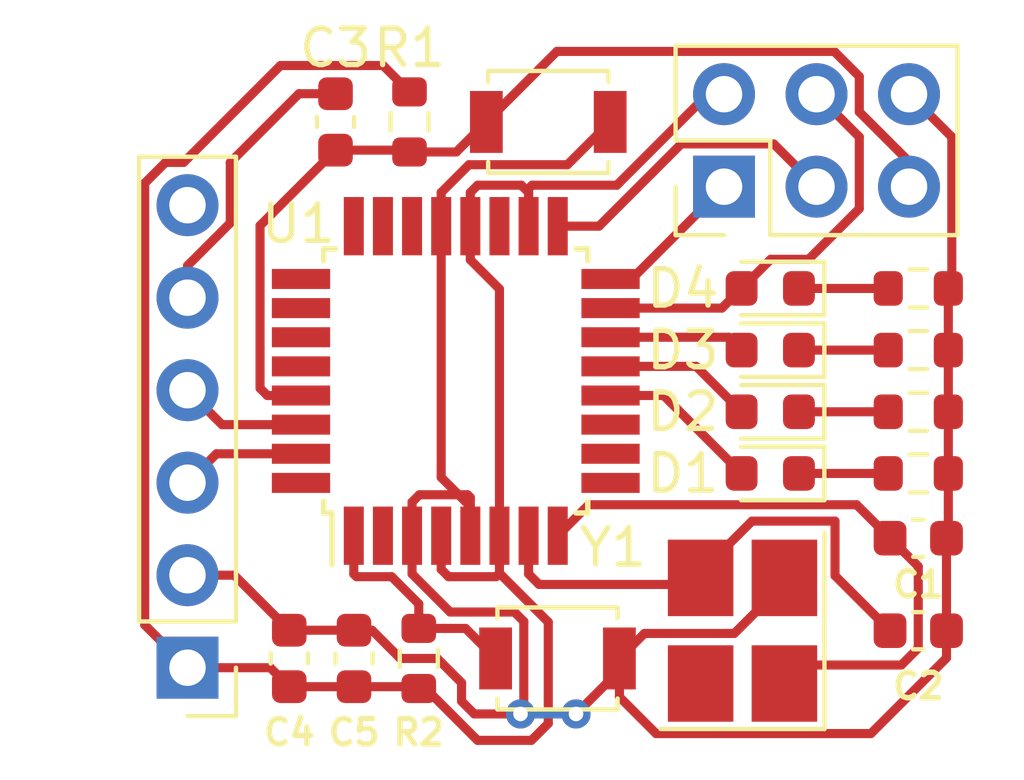
<source format=kicad_pcb>
(kicad_pcb (version 20211014) (generator pcbnew)
  (layers (0 "F.Cu" signal) (31 "B.Cu" signal) (34 "B.Paste" user) (35 "F.Paste" user) (36 "B.SilkS" user "B.Silkscreen") (37 "F.SilkS" user "F.Silkscreen") (38 "B.Mask" user) (39 "F.Mask" user) (44 "Edge.Cuts" user))
  (net 0 "")
  (net 1 "/BUT_0")
  (net 3 "GND")
  (net 4 "+5V")
  (net 5 "/XTAL1")
  (net 6 "/XTAL2")
  (net 10 "/LED_0")
  (net 11 "/LED_1")
  (net 12 "/LED_2")
  (net 13 "/LED_3{slash}MOSI")
  (net 14 "/MISO")
  (net 15 "/SCK")
  (net 24 "/~{RESET}")
  (net 25 "/MCU_RX")
  (net 26 "/MCU_TX")
  (net 28 "Net-(D2-Pad1)")
  (net 29 "Net-(D4-Pad1)")
  (net 30 "Net-(D3-Pad1)")
  (net 31 "Net-(D1-Pad1)")
  (net 32 "Net-(C3-Pad1)")
  (footprint "cao_empreintes_cheat:MountingHole_2.1mm" (layer "F.Cu") (at 61.214 73.152)
    (fp_text reference "H1" hide)
    (fp_text value "MountingHole")
    (pad "" np_thru_hole circle (at 0 0) (size 2.1 2.1) (drill 2.1) (layers *.Cu *.Mask))
  )
  (footprint "cao_empreintes_cheat:C_0603_1608Metric" (layer "F.Cu") (at 81.28 88.138)
    (fp_text reference "C2" (at 0 1.524) (layer "F.SilkS") (effects (font (size 0.7 0.7))))
    (fp_text value "22pF")
    (fp_line (start -0.14058 0.51) (end 0.14058 0.51) (layer "F.SilkS") (width 0.12))
    (fp_line (start -0.14058 -0.51) (end 0.14058 -0.51) (layer "F.SilkS") (width 0.12))
    (pad "1" smd roundrect (at -0.775 0) (size 0.9 0.95) (layers "F.Cu" "F.Paste" "F.Mask") (net 5 "/XTAL1"))
    (pad "2" smd roundrect (at 0.775 0) (size 0.9 0.95) (layers "F.Cu" "F.Paste" "F.Mask") (net 3 "GND"))
  )
  (footprint "cao_empreintes_cheat:C_0603_1608Metric" (layer "F.Cu") (at 65.786 88.9 90)
    (fp_text reference "C5" (at -2.032 0 180) (layer "F.SilkS") (effects (font (size 0.7 0.7))))
    (fp_text value "10uF")
    (fp_line (start -0.14058 0.51) (end 0.14058 0.51) (layer "F.SilkS") (width 0.12))
    (fp_line (start -0.14058 -0.51) (end 0.14058 -0.51) (layer "F.SilkS") (width 0.12))
    (pad "1" smd roundrect (at -0.775 0 90) (size 0.9 0.95) (layers "F.Cu" "F.Paste" "F.Mask") (net 4 "+5V"))
    (pad "2" smd roundrect (at 0.775 0 90) (size 0.9 0.95) (layers "F.Cu" "F.Paste" "F.Mask") (net 3 "GND"))
  )
  (footprint "cao_empreintes_cheat:R_0603_1608Metric" (layer "F.Cu") (at 67.564 88.9 90)
    (fp_text reference "R2" (at -2.032 0) (layer "F.SilkS") (effects (font (size 0.7 0.7))))
    (fp_text value "10K")
    (fp_line (start -0.237258 -0.5225) (end 0.237258 -0.5225) (layer "F.SilkS") (width 0.12))
    (fp_line (start -0.237258 0.5225) (end 0.237258 0.5225) (layer "F.SilkS") (width 0.12))
    (pad "1" smd roundrect (at -0.825 0 90) (size 0.8 0.95) (layers "F.Cu" "F.Paste" "F.Mask") (net 4 "+5V"))
    (pad "2" smd roundrect (at 0.825 0 90) (size 0.8 0.95) (layers "F.Cu" "F.Paste" "F.Mask") (net 1 "/BUT_0"))
  )
  (footprint "cao_empreintes_cheat:LED_0603_1608Metric" (layer "F.Cu") (at 77.216 80.433333 180)
    (fp_text reference "D3" (at 2.4 0) (layer "F.SilkS"))
    (fp_text value "LED_Filled")
    (fp_line (start 0.8 -0.735) (end -1.485 -0.735) (layer "F.SilkS") (width 0.12))
    (fp_line (start -1.485 0.735) (end 0.8 0.735) (layer "F.SilkS") (width 0.12))
    (fp_line (start -1.485 -0.735) (end -1.485 0.735) (layer "F.SilkS") (width 0.12))
    (pad "1" smd roundrect (at -0.7875 0 180) (size 0.875 0.95) (layers "F.Cu" "F.Paste" "F.Mask") (net 30 "Net-(D3-Pad1)"))
    (pad "2" smd roundrect (at 0.7875 0 180) (size 0.875 0.95) (layers "F.Cu" "F.Paste" "F.Mask") (net 12 "/LED_2"))
  )
  (footprint "cao_empreintes_cheat:LED_0603_1608Metric" (layer "F.Cu") (at 77.216 83.82 180)
    (fp_text reference "D1" (at 2.4 0) (layer "F.SilkS"))
    (fp_text value "LED_Filled")
    (fp_line (start -1.485 0.735) (end 0.8 0.735) (layer "F.SilkS") (width 0.12))
    (fp_line (start 0.8 -0.735) (end -1.485 -0.735) (layer "F.SilkS") (width 0.12))
    (fp_line (start -1.485 -0.735) (end -1.485 0.735) (layer "F.SilkS") (width 0.12))
    (pad "1" smd roundrect (at -0.7875 0 180) (size 0.875 0.95) (layers "F.Cu" "F.Paste" "F.Mask") (net 31 "Net-(D1-Pad1)"))
    (pad "2" smd roundrect (at 0.7875 0 180) (size 0.875 0.95) (layers "F.Cu" "F.Paste" "F.Mask") (net 10 "/LED_0"))
  )
  (footprint "cao_empreintes_cheat:TQFP-32_7x7mm_P0.8mm" (layer "F.Cu") (at 68.58 81.28 90)
    (fp_text reference "U1" (at 4.318 -4.318) (layer "F.SilkS"))
    (fp_text value "ATmega48PV-10A")
    (fp_line (start -3.625 3.625) (end -3.625 3.3) (layer "F.SilkS") (width 0.15))
    (fp_line (start -3.625 -3.625) (end -3.3 -3.625) (layer "F.SilkS") (width 0.15))
    (fp_line (start -3.625 -3.4) (end -5.05 -3.4) (layer "F.SilkS") (width 0.15))
    (fp_line (start 3.625 -3.625) (end 3.3 -3.625) (layer "F.SilkS") (width 0.15))
    (fp_line (start -3.625 3.625) (end -3.3 3.625) (layer "F.SilkS") (width 0.15))
    (fp_line (start 3.625 -3.625) (end 3.625 -3.3) (layer "F.SilkS") (width 0.15))
    (fp_line (start 3.625 3.625) (end 3.3 3.625) (layer "F.SilkS") (width 0.15))
    (fp_line (start -3.625 -3.625) (end -3.625 -3.4) (layer "F.SilkS") (width 0.15))
    (fp_line (start 3.625 3.625) (end 3.625 3.3) (layer "F.SilkS") (width 0.15))
    (pad "1" smd rect (at -4.25 -2.8 90) (size 1.6 0.55) (layers "F.Cu" "F.Paste" "F.Mask") (net 1 "/BUT_0"))
    (pad "2" smd rect (at -4.25 -2 90) (size 1.6 0.55) (layers "F.Cu" "F.Paste" "F.Mask"))
    (pad "3" smd rect (at -4.25 -1.2 90) (size 1.6 0.55) (layers "F.Cu" "F.Paste" "F.Mask") (net 3 "GND"))
    (pad "4" smd rect (at -4.25 -0.4 90) (size 1.6 0.55) (layers "F.Cu" "F.Paste" "F.Mask") (net 4 "+5V"))
    (pad "5" smd rect (at -4.25 0.4 90) (size 1.6 0.55) (layers "F.Cu" "F.Paste" "F.Mask") (net 3 "GND"))
    (pad "6" smd rect (at -4.25 1.2 90) (size 1.6 0.55) (layers "F.Cu" "F.Paste" "F.Mask") (net 4 "+5V"))
    (pad "7" smd rect (at -4.25 2 90) (size 1.6 0.55) (layers "F.Cu" "F.Paste" "F.Mask") (net 5 "/XTAL1"))
    (pad "8" smd rect (at -4.25 2.8 90) (size 1.6 0.55) (layers "F.Cu" "F.Paste" "F.Mask") (net 6 "/XTAL2"))
    (pad "9" smd rect (at -2.8 4.25 180) (size 1.6 0.55) (layers "F.Cu" "F.Paste" "F.Mask"))
    (pad "10" smd rect (at -2 4.25 180) (size 1.6 0.55) (layers "F.Cu" "F.Paste" "F.Mask"))
    (pad "11" smd rect (at -1.2 4.25 180) (size 1.6 0.55) (layers "F.Cu" "F.Paste" "F.Mask"))
    (pad "12" smd rect (at -0.4 4.25 180) (size 1.6 0.55) (layers "F.Cu" "F.Paste" "F.Mask") (net 10 "/LED_0"))
    (pad "13" smd rect (at 0.4 4.25 180) (size 1.6 0.55) (layers "F.Cu" "F.Paste" "F.Mask") (net 11 "/LED_1"))
    (pad "14" smd rect (at 1.2 4.25 180) (size 1.6 0.55) (layers "F.Cu" "F.Paste" "F.Mask") (net 12 "/LED_2"))
    (pad "15" smd rect (at 2 4.25 180) (size 1.6 0.55) (layers "F.Cu" "F.Paste" "F.Mask") (net 13 "/LED_3{slash}MOSI"))
    (pad "16" smd rect (at 2.8 4.25 180) (size 1.6 0.55) (layers "F.Cu" "F.Paste" "F.Mask") (net 14 "/MISO"))
    (pad "17" smd rect (at 4.25 2.8 90) (size 1.6 0.55) (layers "F.Cu" "F.Paste" "F.Mask") (net 15 "/SCK"))
    (pad "18" smd rect (at 4.25 2 90) (size 1.6 0.55) (layers "F.Cu" "F.Paste" "F.Mask") (net 4 "+5V"))
    (pad "19" smd rect (at 4.25 1.2 90) (size 1.6 0.55) (layers "F.Cu" "F.Paste" "F.Mask"))
    (pad "20" smd rect (at 4.25 0.4 90) (size 1.6 0.55) (layers "F.Cu" "F.Paste" "F.Mask") (net 4 "+5V"))
    (pad "21" smd rect (at 4.25 -0.4 90) (size 1.6 0.55) (layers "F.Cu" "F.Paste" "F.Mask") (net 3 "GND"))
    (pad "22" smd rect (at 4.25 -1.2 90) (size 1.6 0.55) (layers "F.Cu" "F.Paste" "F.Mask"))
    (pad "23" smd rect (at 4.25 -2 90) (size 1.6 0.55) (layers "F.Cu" "F.Paste" "F.Mask"))
    (pad "24" smd rect (at 4.25 -2.8 90) (size 1.6 0.55) (layers "F.Cu" "F.Paste" "F.Mask"))
    (pad "25" smd rect (at 2.8 -4.25 180) (size 1.6 0.55) (layers "F.Cu" "F.Paste" "F.Mask"))
    (pad "26" smd rect (at 2 -4.25 180) (size 1.6 0.55) (layers "F.Cu" "F.Paste" "F.Mask"))
    (pad "27" smd rect (at 1.2 -4.25 180) (size 1.6 0.55) (layers "F.Cu" "F.Paste" "F.Mask"))
    (pad "28" smd rect (at 0.4 -4.25 180) (size 1.6 0.55) (layers "F.Cu" "F.Paste" "F.Mask"))
    (pad "29" smd rect (at -0.4 -4.25 180) (size 1.6 0.55) (layers "F.Cu" "F.Paste" "F.Mask") (net 24 "/~{RESET}"))
    (pad "30" smd rect (at -1.2 -4.25 180) (size 1.6 0.55) (layers "F.Cu" "F.Paste" "F.Mask") (net 25 "/MCU_RX"))
    (pad "31" smd rect (at -2 -4.25 180) (size 1.6 0.55) (layers "F.Cu" "F.Paste" "F.Mask") (net 26 "/MCU_TX"))
    (pad "32" smd rect (at -2.8 -4.25 180) (size 1.6 0.55) (layers "F.Cu" "F.Paste" "F.Mask"))
  )
  (footprint "cao_empreintes_cheat:LED_0603_1608Metric" (layer "F.Cu") (at 77.216 82.126666 180)
    (fp_text reference "D2" (at 2.4 0) (layer "F.SilkS"))
    (fp_text value "LED_Filled")
    (fp_line (start -1.485 0.735) (end 0.8 0.735) (layer "F.SilkS") (width 0.12))
    (fp_line (start 0.8 -0.735) (end -1.485 -0.735) (layer "F.SilkS") (width 0.12))
    (fp_line (start -1.485 -0.735) (end -1.485 0.735) (layer "F.SilkS") (width 0.12))
    (pad "1" smd roundrect (at -0.7875 0 180) (size 0.875 0.95) (layers "F.Cu" "F.Paste" "F.Mask") (net 28 "Net-(D2-Pad1)"))
    (pad "2" smd roundrect (at 0.7875 0 180) (size 0.875 0.95) (layers "F.Cu" "F.Paste" "F.Mask") (net 11 "/LED_1"))
  )
  (footprint "cao_empreintes_cheat:PinHeader_1x06_P2.54mm_Vertical" (layer "F.Cu") (at 61.214 89.154 180)
    (fp_text reference "J1" hide)
    (fp_text value "Conn_01x06")
    (fp_line (start -1.33 0) (end -1.33 -1.33) (layer "F.SilkS") (width 0.12))
    (fp_line (start -1.33 -1.33) (end 0 -1.33) (layer "F.SilkS") (width 0.12))
    (fp_line (start -1.33 14.03) (end 1.33 14.03) (layer "F.SilkS") (width 0.12))
    (fp_line (start -1.33 1.27) (end 1.33 1.27) (layer "F.SilkS") (width 0.12))
    (fp_line (start 1.33 1.27) (end 1.33 14.03) (layer "F.SilkS") (width 0.12))
    (fp_line (start -1.33 1.27) (end -1.33 14.03) (layer "F.SilkS") (width 0.12))
    (pad "1" thru_hole rect (at 0 0 180) (size 1.7 1.7) (drill 1) (layers *.Cu *.Mask) (net 4 "+5V"))
    (pad "2" thru_hole oval (at 0 2.54 180) (size 1.7 1.7) (drill 1) (layers *.Cu *.Mask) (net 3 "GND"))
    (pad "3" thru_hole oval (at 0 5.08 180) (size 1.7 1.7) (drill 1) (layers *.Cu *.Mask) (net 26 "/MCU_TX"))
    (pad "4" thru_hole oval (at 0 7.62 180) (size 1.7 1.7) (drill 1) (layers *.Cu *.Mask) (net 25 "/MCU_RX"))
    (pad "5" thru_hole oval (at 0 10.16 180) (size 1.7 1.7) (drill 1) (layers *.Cu *.Mask) (net 32 "Net-(C3-Pad1)"))
    (pad "6" thru_hole oval (at 0 12.7 180) (size 1.7 1.7) (drill 1) (layers *.Cu *.Mask))
  )
  (footprint "cao_empreintes_cheat:PinHeader_2x03_P2.54mm_Vertical" (layer "F.Cu") (at 75.946 75.946 90)
    (fp_text reference "J2" hide)
    (fp_text value "AVR-ISP")
    (fp_line (start -1.33 6.41) (end 3.87 6.41) (layer "F.SilkS") (width 0.12))
    (fp_line (start 1.27 1.27) (end 1.27 -1.33) (layer "F.SilkS") (width 0.12))
    (fp_line (start -1.33 0) (end -1.33 -1.33) (layer "F.SilkS") (width 0.12))
    (fp_line (start -1.33 -1.33) (end 0 -1.33) (layer "F.SilkS") (width 0.12))
    (fp_line (start 1.27 -1.33) (end 3.87 -1.33) (layer "F.SilkS") (width 0.12))
    (fp_line (start 3.87 -1.33) (end 3.87 6.41) (layer "F.SilkS") (width 0.12))
    (fp_line (start -1.33 1.27) (end 1.27 1.27) (layer "F.SilkS") (width 0.12))
    (fp_line (start -1.33 1.27) (end -1.33 6.41) (layer "F.SilkS") (width 0.12))
    (pad "1" thru_hole rect (at 0 0 90) (size 1.7 1.7) (drill 1) (layers *.Cu *.Mask) (net 14 "/MISO"))
    (pad "2" thru_hole oval (at 2.54 0 90) (size 1.7 1.7) (drill 1) (layers *.Cu *.Mask) (net 4 "+5V"))
    (pad "3" thru_hole oval (at 0 2.54 90) (size 1.7 1.7) (drill 1) (layers *.Cu *.Mask) (net 15 "/SCK"))
    (pad "4" thru_hole oval (at 2.54 2.54 90) (size 1.7 1.7) (drill 1) (layers *.Cu *.Mask) (net 13 "/LED_3{slash}MOSI"))
    (pad "5" thru_hole oval (at 0 5.08 90) (size 1.7 1.7) (drill 1) (layers *.Cu *.Mask) (net 24 "/~{RESET}"))
    (pad "6" thru_hole oval (at 2.54 5.08 90) (size 1.7 1.7) (drill 1) (layers *.Cu *.Mask) (net 3 "GND"))
  )
  (footprint "cao_empreintes_cheat:C_0603_1608Metric" (layer "F.Cu") (at 65.278 74.168 -90)
    (fp_text reference "C3" (at -2.032 0) (layer "F.SilkS"))
    (fp_text value "100nF")
    (fp_line (start -0.14058 -0.51) (end 0.14058 -0.51) (layer "F.SilkS") (width 0.12))
    (fp_line (start -0.14058 0.51) (end 0.14058 0.51) (layer "F.SilkS") (width 0.12))
    (pad "1" smd roundrect (at -0.775 0 270) (size 0.9 0.95) (layers "F.Cu" "F.Paste" "F.Mask") (net 32 "Net-(C3-Pad1)"))
    (pad "2" smd roundrect (at 0.775 0 270) (size 0.9 0.95) (layers "F.Cu" "F.Paste" "F.Mask") (net 24 "/~{RESET}"))
  )
  (footprint "cao_empreintes_cheat:C_0603_1608Metric" (layer "F.Cu") (at 64.008 88.9 90)
    (fp_text reference "C4" (at -2.032 0 180) (layer "F.SilkS") (effects (font (size 0.7 0.7))))
    (fp_text value "100nF")
    (fp_line (start -0.14058 -0.51) (end 0.14058 -0.51) (layer "F.SilkS") (width 0.12))
    (fp_line (start -0.14058 0.51) (end 0.14058 0.51) (layer "F.SilkS") (width 0.12))
    (pad "1" smd roundrect (at -0.775 0 90) (size 0.9 0.95) (layers "F.Cu" "F.Paste" "F.Mask") (net 4 "+5V"))
    (pad "2" smd roundrect (at 0.775 0 90) (size 0.9 0.95) (layers "F.Cu" "F.Paste" "F.Mask") (net 3 "GND"))
  )
  (footprint "cao_empreintes_cheat:R_0603_1608Metric" (layer "F.Cu") (at 81.28 82.126666)
    (fp_text reference "R4" hide)
    (fp_text value "330R")
    (fp_line (start -0.237258 0.5225) (end 0.237258 0.5225) (layer "F.SilkS") (width 0.12))
    (fp_line (start -0.237258 -0.5225) (end 0.237258 -0.5225) (layer "F.SilkS") (width 0.12))
    (pad "1" smd roundrect (at -0.825 0) (size 0.8 0.95) (layers "F.Cu" "F.Paste" "F.Mask") (net 28 "Net-(D2-Pad1)"))
    (pad "2" smd roundrect (at 0.825 0) (size 0.8 0.95) (layers "F.Cu" "F.Paste" "F.Mask") (net 3 "GND"))
  )
  (footprint "cao_empreintes_cheat:R_0603_1608Metric" (layer "F.Cu") (at 81.28 78.74)
    (fp_text reference "R6" hide)
    (fp_text value "330R")
    (fp_line (start -0.237258 0.5225) (end 0.237258 0.5225) (layer "F.SilkS") (width 0.12))
    (fp_line (start -0.237258 -0.5225) (end 0.237258 -0.5225) (layer "F.SilkS") (width 0.12))
    (pad "1" smd roundrect (at -0.825 0) (size 0.8 0.95) (layers "F.Cu" "F.Paste" "F.Mask") (net 29 "Net-(D4-Pad1)"))
    (pad "2" smd roundrect (at 0.825 0) (size 0.8 0.95) (layers "F.Cu" "F.Paste" "F.Mask") (net 3 "GND"))
  )
  (footprint "cao_empreintes_cheat:C_0603_1608Metric" (layer "F.Cu") (at 81.28 85.598)
    (fp_text reference "C1" (at 0 1.27) (layer "F.SilkS") (effects (font (size 0.7 0.7))))
    (fp_text value "22pF")
    (fp_line (start -0.14058 -0.51) (end 0.14058 -0.51) (layer "F.SilkS") (width 0.12))
    (fp_line (start -0.14058 0.51) (end 0.14058 0.51) (layer "F.SilkS") (width 0.12))
    (pad "1" smd roundrect (at -0.775 0) (size 0.9 0.95) (layers "F.Cu" "F.Paste" "F.Mask") (net 6 "/XTAL2"))
    (pad "2" smd roundrect (at 0.775 0) (size 0.9 0.95) (layers "F.Cu" "F.Paste" "F.Mask") (net 3 "GND"))
  )
  (footprint "cao_empreintes_cheat:LED_0603_1608Metric" (layer "F.Cu") (at 77.216 78.74 180)
    (fp_text reference "D4" (at 2.4 0) (layer "F.SilkS"))
    (fp_text value "LED_Filled")
    (fp_line (start -1.485 0.735) (end 0.8 0.735) (layer "F.SilkS") (width 0.12))
    (fp_line (start -1.485 -0.735) (end -1.485 0.735) (layer "F.SilkS") (width 0.12))
    (fp_line (start 0.8 -0.735) (end -1.485 -0.735) (layer "F.SilkS") (width 0.12))
    (pad "1" smd roundrect (at -0.7875 0 180) (size 0.875 0.95) (layers "F.Cu" "F.Paste" "F.Mask") (net 29 "Net-(D4-Pad1)"))
    (pad "2" smd roundrect (at 0.7875 0 180) (size 0.875 0.95) (layers "F.Cu" "F.Paste" "F.Mask") (net 13 "/LED_3{slash}MOSI"))
  )
  (footprint "cao_empreintes_cheat:SW_SPST_B3U-1000P" (layer "F.Cu") (at 71.12 74.168)
    (fp_text reference "SW1" hide)
    (fp_text value "SW_Push")
    (fp_line (start 1.65 1.4) (end 1.65 1.1) (layer "F.SilkS") (width 0.12))
    (fp_line (start 1.65 -1.4) (end 1.65 -1.1) (layer "F.SilkS") (width 0.12))
    (fp_line (start -1.65 -1.4) (end 1.65 -1.4) (layer "F.SilkS") (width 0.12))
    (fp_line (start -1.65 1.1) (end -1.65 1.4) (layer "F.SilkS") (width 0.12))
    (fp_line (start -1.65 -1.1) (end -1.65 -1.4) (layer "F.SilkS") (width 0.12))
    (fp_line (start -1.65 1.4) (end 1.65 1.4) (layer "F.SilkS") (width 0.12))
    (pad "1" smd rect (at -1.7 0) (size 0.9 1.7) (layers "F.Cu" "F.Paste" "F.Mask") (net 24 "/~{RESET}"))
    (pad "2" smd rect (at 1.7 0) (size 0.9 1.7) (layers "F.Cu" "F.Paste" "F.Mask") (net 3 "GND"))
  )
  (footprint "cao_empreintes_cheat:R_0603_1608Metric" (layer "F.Cu") (at 67.31 74.168 -90)
    (fp_text reference "R1" (at -2.032 0) (layer "F.SilkS"))
    (fp_text value "10K")
    (fp_line (start -0.237258 -0.5225) (end 0.237258 -0.5225) (layer "F.SilkS") (width 0.12))
    (fp_line (start -0.237258 0.5225) (end 0.237258 0.5225) (layer "F.SilkS") (width 0.12))
    (pad "1" smd roundrect (at -0.825 0 270) (size 0.8 0.95) (layers "F.Cu" "F.Paste" "F.Mask") (net 4 "+5V"))
    (pad "2" smd roundrect (at 0.825 0 270) (size 0.8 0.95) (layers "F.Cu" "F.Paste" "F.Mask") (net 24 "/~{RESET}"))
  )
  (footprint "cao_empreintes_cheat:R_0603_1608Metric" (layer "F.Cu") (at 81.28 80.433333)
    (fp_text reference "R5" hide)
    (fp_text value "330R")
    (fp_line (start -0.237258 -0.5225) (end 0.237258 -0.5225) (layer "F.SilkS") (width 0.12))
    (fp_line (start -0.237258 0.5225) (end 0.237258 0.5225) (layer "F.SilkS") (width 0.12))
    (pad "1" smd roundrect (at -0.825 0) (size 0.8 0.95) (layers "F.Cu" "F.Paste" "F.Mask") (net 30 "Net-(D3-Pad1)"))
    (pad "2" smd roundrect (at 0.825 0) (size 0.8 0.95) (layers "F.Cu" "F.Paste" "F.Mask") (net 3 "GND"))
  )
  (footprint "cao_empreintes_cheat:R_0603_1608Metric" (layer "F.Cu") (at 81.28 83.82)
    (fp_text reference "R3" hide)
    (fp_text value "330R")
    (fp_line (start -0.237258 -0.5225) (end 0.237258 -0.5225) (layer "F.SilkS") (width 0.12))
    (fp_line (start -0.237258 0.5225) (end 0.237258 0.5225) (layer "F.SilkS") (width 0.12))
    (pad "1" smd roundrect (at -0.825 0) (size 0.8 0.95) (layers "F.Cu" "F.Paste" "F.Mask") (net 31 "Net-(D1-Pad1)"))
    (pad "2" smd roundrect (at 0.825 0) (size 0.8 0.95) (layers "F.Cu" "F.Paste" "F.Mask") (net 3 "GND"))
  )
  (footprint "cao_empreintes_cheat:SW_SPST_B3U-1000P" (layer "F.Cu") (at 71.374 88.9)
    (fp_text reference "SW2" hide)
    (fp_text value "SW_Push")
    (fp_line (start 1.65 1.4) (end 1.65 1.1) (layer "F.SilkS") (width 0.12))
    (fp_line (start -1.65 -1.4) (end 1.65 -1.4) (layer "F.SilkS") (width 0.12))
    (fp_line (start -1.65 -1.1) (end -1.65 -1.4) (layer "F.SilkS") (width 0.12))
    (fp_line (start -1.65 1.4) (end 1.65 1.4) (layer "F.SilkS") (width 0.12))
    (fp_line (start 1.65 -1.4) (end 1.65 -1.1) (layer "F.SilkS") (width 0.12))
    (fp_line (start -1.65 1.1) (end -1.65 1.4) (layer "F.SilkS") (width 0.12))
    (pad "1" smd rect (at -1.7 0) (size 0.9 1.7) (layers "F.Cu" "F.Paste" "F.Mask") (net 1 "/BUT_0"))
    (pad "2" smd rect (at 1.7 0) (size 0.9 1.7) (layers "F.Cu" "F.Paste" "F.Mask") (net 3 "GND"))
  )
  (footprint "Crystal:Crystal_SMD_3225-4Pin_3.2x2.5mm_HandSoldering" (layer "F.Cu") (at 76.454 88.138 90)
    (fp_text reference "Y1" (at 2.286 -3.556 180) (layer "F.SilkS"))
    (fp_text value "16MHz")
    (fp_line (start -2.7 2.25) (end 2.7 2.25) (layer "F.SilkS") (width 0.12))
    (fp_line (start -2.7 -2.25) (end -2.7 2.25) (layer "F.SilkS") (width 0.12))
    (pad "1" smd rect locked (at -1.45 1.15 90) (size 2.1 1.8) (layers "F.Cu" "F.Paste" "F.Mask") (net 6 "/XTAL2"))
    (pad "2" smd rect locked (at 1.45 1.15 90) (size 2.1 1.8) (layers "F.Cu" "F.Paste" "F.Mask") (net 3 "GND"))
    (pad "3" smd rect locked (at 1.45 -1.15 90) (size 2.1 1.8) (layers "F.Cu" "F.Paste" "F.Mask") (net 5 "/XTAL1"))
    (pad "4" smd rect locked (at -1.45 -1.15 90) (size 2.1 1.8) (layers "F.Cu" "F.Paste" "F.Mask"))
  )
  (segment (start 68.849 88.075) (end 69.674 88.9) (width 0.25) (layer "F.Cu") (net 1))
  (segment (start 65.78 85.53) (end 65.78 86.58) (width 0.25) (layer "F.Cu") (net 1))
  (segment (start 65.78 86.58) (end 65.854511 86.654511) (width 0.25) (layer "F.Cu") (net 1))
  (segment (start 67.564 87.399717) (end 67.564 88.075) (width 0.25) (layer "F.Cu") (net 1))
  (segment (start 66.818793 86.654511) (end 67.564 87.399717) (width 0.25) (layer "F.Cu") (net 1))
  (segment (start 67.564 88.075) (end 68.849 88.075) (width 0.25) (layer "F.Cu") (net 1))
  (segment (start 65.854511 86.654511) (end 66.818793 86.654511) (width 0.25) (layer "F.Cu") (net 1))
  (segment (start 62.497 86.614) (end 64.008 88.125) (width 0.25) (layer "F.Cu") (net 3))
  (segment (start 66.281 88.125) (end 67.056 88.9) (width 0.25) (layer "F.Cu") (net 3))
  (segment (start 68.072 88.9) (end 68.738511 89.566511) (width 0.25) (layer "F.Cu") (net 3))
  (segment (start 65.786 88.125) (end 66.281 88.125) (width 0.25) (layer "F.Cu") (net 3))
  (segment (start 82.105 80.433333) (end 82.105 82.126666) (width 0.25) (layer "F.Cu") (net 3))
  (segment (start 68.98 84.48) (end 68.905489 84.405489) (width 0.25) (layer "F.Cu") (net 3))
  (segment (start 67.38 85.53) (end 67.38 86.58) (width 0.25) (layer "F.Cu") (net 3))
  (segment (start 77.604 86.838) (end 77.604 86.688) (width 0.25) (layer "F.Cu") (net 3))
  (segment (start 76.228511 88.213489) (end 77.604 86.838) (width 0.25) (layer "F.Cu") (net 3))
  (segment (start 68.943467 75.342511) (end 68.18 76.105978) (width 0.25) (layer "F.Cu") (net 3))
  (segment (start 70.358 90.424) (end 70.448511 90.333489) (width 0.25) (layer "F.Cu") (net 3))
  (segment (start 82.200511 78.644489) (end 82.105 78.74) (width 0.25) (layer "F.Cu") (net 3))
  (segment (start 73.074 89.232) (end 71.882 90.424) (width 0.25) (layer "F.Cu") (net 3))
  (segment (start 67.38 86.58) (end 68.42548 87.62548) (width 0.25) (layer "F.Cu") (net 3))
  (segment (start 70.448511 90.333489) (end 70.448511 87.884) (width 0.25) (layer "F.Cu") (net 3))
  (segment (start 73.760511 88.213489) (end 73.074 88.9) (width 0.25) (layer "F.Cu") (net 3))
  (segment (start 70.189991 87.62548) (end 70.448511 87.884) (width 0.25) (layer "F.Cu") (net 3))
  (segment (start 70.358 90.424) (end 69.088 90.424) (width 0.25) (layer "F.Cu") (net 3))
  (segment (start 68.18 76.105978) (end 68.18 77.03) (width 0.25) (layer "F.Cu") (net 3))
  (segment (start 82.105 78.74) (end 82.105 80.433333) (width 0.25) (layer "F.Cu") (net 3))
  (segment (start 76.228511 88.213489) (end 73.760511 88.213489) (width 0.25) (layer "F.Cu") (net 3))
  (segment (start 68.42548 87.62548) (end 70.189991 87.62548) (width 0.25) (layer "F.Cu") (net 3))
  (segment (start 68.18 77.03) (end 68.18 83.928) (width 0.25) (layer "F.Cu") (net 3))
  (segment (start 82.105 85.548) (end 82.055 85.598) (width 0.25) (layer "F.Cu") (net 3))
  (segment (start 67.056 88.9) (end 68.072 88.9) (width 0.25) (layer "F.Cu") (net 3))
  (segment (start 73.074 88.9) (end 73.074 89.232) (width 0.25) (layer "F.Cu") (net 3))
  (segment (start 67.38 84.605978) (end 67.38 85.53) (width 0.25) (layer "F.Cu") (net 3))
  (segment (start 82.055 88.138) (end 82.055 85.598) (width 0.25) (layer "F.Cu") (net 3))
  (segment (start 81.026 73.406) (end 82.200511 74.580511) (width 0.25) (layer "F.Cu") (net 3))
  (segment (start 68.98 85.53) (end 68.98 84.48) (width 0.25) (layer "F.Cu") (net 3))
  (segment (start 82.200511 74.580511) (end 82.200511 78.644489) (width 0.25) (layer "F.Cu") (net 3))
  (segment (start 68.738511 90.074511) (end 68.738511 89.566511) (width 0.25) (layer "F.Cu") (net 3))
  (segment (start 72.82 74.168) (end 71.645489 75.342511) (width 0.25) (layer "F.Cu") (net 3))
  (segment (start 67.580489 84.405489) (end 67.38 84.605978) (width 0.25) (layer "F.Cu") (net 3))
  (segment (start 79.979489 90.962511) (end 82.055 88.887) (width 0.25) (layer "F.Cu") (net 3))
  (segment (start 82.055 88.887) (end 82.055 88.138) (width 0.25) (layer "F.Cu") (net 3))
  (segment (start 82.105 82.126666) (end 82.105 83.82) (width 0.25) (layer "F.Cu") (net 3))
  (segment (start 68.905489 84.405489) (end 67.580489 84.405489) (width 0.25) (layer "F.Cu") (net 3))
  (segment (start 82.105 83.82) (end 82.105 85.548) (width 0.25) (layer "F.Cu") (net 3))
  (segment (start 64.008 88.125) (end 65.786 88.125) (width 0.25) (layer "F.Cu") (net 3))
  (segment (start 61.214 86.614) (end 62.497 86.614) (width 0.25) (layer "F.Cu") (net 3))
  (segment (start 68.98 84.728) (end 68.98 85.53) (width 0.25) (layer "F.Cu") (net 3))
  (segment (start 73.074 88.9) (end 73.074 89.957022) (width 0.25) (layer "F.Cu") (net 3))
  (segment (start 68.18 83.928) (end 68.98 84.728) (width 0.25) (layer "F.Cu") (net 3))
  (segment (start 69.088 90.424) (end 68.738511 90.074511) (width 0.25) (layer "F.Cu") (net 3))
  (segment (start 73.074 89.957022) (end 74.079489 90.962511) (width 0.25) (layer "F.Cu") (net 3))
  (segment (start 71.645489 75.342511) (end 68.943467 75.342511) (width 0.25) (layer "F.Cu") (net 3))
  (segment (start 74.079489 90.962511) (end 79.979489 90.962511) (width 0.25) (layer "F.Cu") (net 3))
  (via (at 71.882 90.424) (size 0.8) (drill 0.4) (layers "F.Cu" "B.Cu") (net 3))
  (via (at 70.358 90.424) (size 0.8) (drill 0.4) (layers "F.Cu" "B.Cu") (net 3))
  (segment (start 71.882 90.424) (end 70.358 90.424) (width 0.25) (layer "B.Cu") (net 3))
  (segment (start 63.487 89.154) (end 64.008 89.675) (width 0.25) (layer "F.Cu") (net 4))
  (segment (start 67.514 89.675) (end 67.564 89.725) (width 0.25) (layer "F.Cu") (net 4))
  (segment (start 69.78 78.754022) (end 68.98 77.954022) (width 0.25) (layer "F.Cu") (net 4))
  (segment (start 69.180489 75.905489) (end 70.379511 75.905489) (width 0.25) (layer "F.Cu") (net 4))
  (segment (start 70.58 76.105978) (end 70.58 77.03) (width 0.25) (layer "F.Cu") (net 4))
  (segment (start 63.767755 72.61848) (end 61.106746 75.279489) (width 0.25) (layer "F.Cu") (net 4))
  (segment (start 61.214 89.154) (end 63.487 89.154) (width 0.25) (layer "F.Cu") (net 4))
  (segment (start 68.98 77.954022) (end 68.98 77.03) (width 0.25) (layer "F.Cu") (net 4))
  (segment (start 60.610511 75.279489) (end 60.039489 75.850511) (width 0.25) (layer "F.Cu") (net 4))
  (segment (start 68.98 76.105978) (end 69.180489 75.905489) (width 0.25) (layer "F.Cu") (net 4))
  (segment (start 65.786 89.675) (end 67.514 89.675) (width 0.25) (layer "F.Cu") (net 4))
  (segment (start 67.753283 89.725) (end 69.176794 91.148511) (width 0.25) (layer "F.Cu") (net 4))
  (segment (start 70.379511 75.905489) (end 70.58 76.105978) (width 0.25) (layer "F.Cu") (net 4))
  (segment (start 75.946 73.406) (end 75.50126 73.406) (width 0.25) (layer "F.Cu") (net 4))
  (segment (start 73.001771 75.905489) (end 70.674022 75.905489) (width 0.25) (layer "F.Cu") (net 4))
  (segment (start 69.685978 86.654511) (end 68.380489 86.654511) (width 0.25) (layer "F.Cu") (net 4))
  (segment (start 70.658103 91.148511) (end 71.12 90.686614) (width 0.25) (layer "F.Cu") (net 4))
  (segment (start 68.98 77.03) (end 68.98 76.105978) (width 0.25) (layer "F.Cu") (net 4))
  (segment (start 64.008 89.675) (end 65.786 89.675) (width 0.25) (layer "F.Cu") (net 4))
  (segment (start 67.564 89.725) (end 67.753283 89.725) (width 0.25) (layer "F.Cu") (net 4))
  (segment (start 69.78 86.560489) (end 69.685978 86.654511) (width 0.25) (layer "F.Cu") (net 4))
  (segment (start 69.78 85.53) (end 69.78 78.754022) (width 0.25) (layer "F.Cu") (net 4))
  (segment (start 60.039489 87.979489) (end 61.214 89.154) (width 0.25) (layer "F.Cu") (net 4))
  (segment (start 75.50126 73.406) (end 73.001771 75.905489) (width 0.25) (layer "F.Cu") (net 4))
  (segment (start 68.380489 86.654511) (end 68.18 86.454022) (width 0.25) (layer "F.Cu") (net 4))
  (segment (start 60.039489 75.850511) (end 60.039489 87.979489) (width 0.25) (layer "F.Cu") (net 4))
  (segment (start 71.12 87.900489) (end 69.78 86.560489) (width 0.25) (layer "F.Cu") (net 4))
  (segment (start 71.12 90.686614) (end 71.12 87.900489) (width 0.25) (layer "F.Cu") (net 4))
  (segment (start 61.106746 75.279489) (end 60.610511 75.279489) (width 0.25) (layer "F.Cu") (net 4))
  (segment (start 68.18 86.454022) (end 68.18 85.53) (width 0.25) (layer "F.Cu") (net 4))
  (segment (start 67.31 73.343) (end 66.58548 72.61848) (width 0.25) (layer "F.Cu") (net 4))
  (segment (start 69.78 86.560489) (end 69.78 85.53) (width 0.25) (layer "F.Cu") (net 4))
  (segment (start 70.58 75.999511) (end 70.58 77.03) (width 0.25) (layer "F.Cu") (net 4))
  (segment (start 69.176794 91.148511) (end 70.658103 91.148511) (width 0.25) (layer "F.Cu") (net 4))
  (segment (start 70.674022 75.905489) (end 70.58 75.999511) (width 0.25) (layer "F.Cu") (net 4))
  (segment (start 66.58548 72.61848) (end 63.767755 72.61848) (width 0.25) (layer "F.Cu") (net 4))
  (segment (start 70.868 86.868) (end 74.422 86.868) (width 0.25) (layer "F.Cu") (net 5))
  (segment (start 75.304 86.18) (end 75.304 86.479022) (width 0.25) (layer "F.Cu") (net 5))
  (segment (start 78.994 86.627) (end 78.994 85.129031) (width 0.25) (layer "F.Cu") (net 5))
  (segment (start 75.304 86.18) (end 74.616 86.868) (width 0.25) (layer "F.Cu") (net 5))
  (segment (start 75.304 86.538) (end 75.304 86.688) (width 0.25) (layer "F.Cu") (net 5))
  (segment (start 80.505 88.138) (end 78.994 86.627) (width 0.25) (layer "F.Cu") (net 5))
  (segment (start 70.58 86.58) (end 70.868 86.868) (width 0.25) (layer "F.Cu") (net 5))
  (segment (start 78.994 85.129031) (end 76.712969 85.129031) (width 0.25) (layer "F.Cu") (net 5))
  (segment (start 76.712969 85.129031) (end 75.304 86.538) (width 0.25) (layer "F.Cu") (net 5))
  (segment (start 70.58 85.53) (end 70.58 86.58) (width 0.25) (layer "F.Cu") (net 5))
  (segment (start 79.586511 84.679511) (end 80.505 85.598) (width 0.25) (layer "F.Cu") (net 6))
  (segment (start 77.604 89.08) (end 80.815138 89.08) (width 0.25) (layer "F.Cu") (net 6))
  (segment (start 81.27952 86.37252) (end 80.505 85.598) (width 0.25) (layer "F.Cu") (net 6))
  (segment (start 77.604 89.08) (end 77.604 89.379022) (width 0.25) (layer "F.Cu") (net 6))
  (segment (start 80.815138 89.08) (end 81.27952 88.615618) (width 0.25) (layer "F.Cu") (net 6))
  (segment (start 71.38 85.53) (end 72.230489 84.679511) (width 0.25) (layer "F.Cu") (net 6))
  (segment (start 81.27952 88.615618) (end 81.27952 86.37252) (width 0.25) (layer "F.Cu") (net 6))
  (segment (start 72.230489 84.679511) (end 79.586511 84.679511) (width 0.25) (layer "F.Cu") (net 6))
  (segment (start 74.2885 81.68) (end 76.4285 83.82) (width 0.25) (layer "F.Cu") (net 10))
  (segment (start 72.83 81.68) (end 74.2885 81.68) (width 0.25) (layer "F.Cu") (net 10))
  (segment (start 72.83 80.88) (end 75.181834 80.88) (width 0.25) (layer "F.Cu") (net 11))
  (segment (start 75.181834 80.88) (end 76.4285 82.126666) (width 0.25) (layer "F.Cu") (net 11))
  (segment (start 76.4285 80.433333) (end 76.075167 80.08) (width 0.25) (layer "F.Cu") (net 12))
  (segment (start 76.075167 80.08) (end 72.83 80.08) (width 0.25) (layer "F.Cu") (net 12))
  (segment (start 79.660511 74.580511) (end 79.660511 76.549489) (width 0.25) (layer "F.Cu") (net 13))
  (segment (start 78.26952 77.94048) (end 77.22802 77.94048) (width 0.25) (layer "F.Cu") (net 13))
  (segment (start 77.22802 77.94048) (end 76.4285 78.74) (width 0.25) (layer "F.Cu") (net 13))
  (segment (start 78.486 73.406) (end 79.660511 74.580511) (width 0.25) (layer "F.Cu") (net 13))
  (segment (start 75.8885 79.28) (end 72.83 79.28) (width 0.25) (layer "F.Cu") (net 13))
  (segment (start 76.4285 78.74) (end 75.8885 79.28) (width 0.25) (layer "F.Cu") (net 13))
  (segment (start 79.660511 76.549489) (end 78.26952 77.94048) (width 0.25) (layer "F.Cu") (net 13))
  (segment (start 73.412 78.48) (end 75.946 75.946) (width 0.25) (layer "F.Cu") (net 14))
  (segment (start 72.83 78.48) (end 73.412 78.48) (width 0.25) (layer "F.Cu") (net 14))
  (segment (start 72.512978 77.03) (end 71.38 77.03) (width 0.25) (layer "F.Cu") (net 15))
  (segment (start 77.311489 74.771489) (end 74.771489 74.771489) (width 0.25) (layer "F.Cu") (net 15))
  (segment (start 74.771489 74.771489) (end 72.512978 77.03) (width 0.25) (layer "F.Cu") (net 15))
  (segment (start 78.486 75.946) (end 77.311489 74.771489) (width 0.25) (layer "F.Cu") (net 15))
  (segment (start 81.026 75.946) (end 81.026 75.257988) (width 0.25) (layer "F.Cu") (net 24))
  (segment (start 64.33 81.68) (end 63.405978 81.68) (width 0.25) (layer "F.Cu") (net 24))
  (segment (start 81.026 75.257988) (end 79.660511 73.892499) (width 0.25) (layer "F.Cu") (net 24))
  (segment (start 63.205489 77.015511) (end 65.278 74.943) (width 0.25) (layer "F.Cu") (net 24))
  (segment (start 71.356511 72.231489) (end 69.42 74.168) (width 0.25) (layer "F.Cu") (net 24))
  (segment (start 67.31 74.993) (end 68.595 74.993) (width 0.25) (layer "F.Cu") (net 24))
  (segment (start 63.405978 81.68) (end 63.205489 81.479511) (width 0.25) (layer "F.Cu") (net 24))
  (segment (start 65.278 74.943) (end 67.26 74.943) (width 0.25) (layer "F.Cu") (net 24))
  (segment (start 68.595 74.993) (end 69.42 74.168) (width 0.25) (layer "F.Cu") (net 24))
  (segment (start 79.660511 72.919501) (end 78.972499 72.231489) (width 0.25) (layer "F.Cu") (net 24))
  (segment (start 79.660511 73.892499) (end 79.660511 72.919501) (width 0.25) (layer "F.Cu") (net 24))
  (segment (start 67.26 74.943) (end 67.31 74.993) (width 0.25) (layer "F.Cu") (net 24))
  (segment (start 63.205489 81.479511) (end 63.205489 77.015511) (width 0.25) (layer "F.Cu") (net 24))
  (segment (start 78.972499 72.231489) (end 71.356511 72.231489) (width 0.25) (layer "F.Cu") (net 24))
  (segment (start 62.16 82.48) (end 64.33 82.48) (width 0.25) (layer "F.Cu") (net 25))
  (segment (start 61.214 81.534) (end 62.16 82.48) (width 0.25) (layer "F.Cu") (net 25))
  (segment (start 61.214 84.074) (end 62.008 83.28) (width 0.25) (layer "F.Cu") (net 26))
  (segment (start 62.008 83.28) (end 64.33 83.28) (width 0.25) (layer "F.Cu") (net 26))
  (segment (start 80.455 82.126666) (end 78.0035 82.126666) (width 0.25) (layer "F.Cu") (net 28))
  (segment (start 80.455 78.74) (end 78.0035 78.74) (width 0.25) (layer "F.Cu") (net 29))
  (segment (start 78.0035 80.433333) (end 80.455 80.433333) (width 0.25) (layer "F.Cu") (net 30))
  (segment (start 78.0035 83.82) (end 80.455 83.82) (width 0.25) (layer "F.Cu") (net 31))
  (segment (start 61.214 78.11501) (end 62.388511 76.940499) (width 0.25) (layer "F.Cu") (net 32))
  (segment (start 62.388511 76.940499) (end 62.388511 75.279489) (width 0.25) (layer "F.Cu") (net 32))
  (segment (start 62.388511 75.279489) (end 64.275 73.393) (width 0.25) (layer "F.Cu") (net 32))
  (segment (start 64.275 73.393) (end 65.278 73.393) (width 0.25) (layer "F.Cu") (net 32))
  (segment (start 61.214 78.994) (end 61.214 78.11501) (width 0.25) (layer "F.Cu") (net 32))
)
</source>
